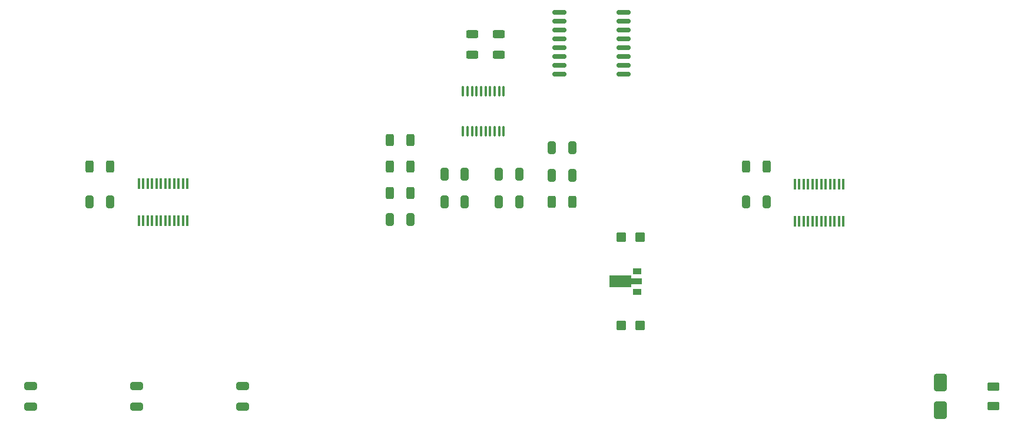
<source format=gtp>
%TF.GenerationSoftware,KiCad,Pcbnew,7.0.9*%
%TF.CreationDate,2024-01-28T12:11:26+01:00*%
%TF.ProjectId,Digital_Clock,44696769-7461-46c5-9f43-6c6f636b2e6b,rev?*%
%TF.SameCoordinates,Original*%
%TF.FileFunction,Paste,Top*%
%TF.FilePolarity,Positive*%
%FSLAX46Y46*%
G04 Gerber Fmt 4.6, Leading zero omitted, Abs format (unit mm)*
G04 Created by KiCad (PCBNEW 7.0.9) date 2024-01-28 12:11:26*
%MOMM*%
%LPD*%
G01*
G04 APERTURE LIST*
G04 Aperture macros list*
%AMRoundRect*
0 Rectangle with rounded corners*
0 $1 Rounding radius*
0 $2 $3 $4 $5 $6 $7 $8 $9 X,Y pos of 4 corners*
0 Add a 4 corners polygon primitive as box body*
4,1,4,$2,$3,$4,$5,$6,$7,$8,$9,$2,$3,0*
0 Add four circle primitives for the rounded corners*
1,1,$1+$1,$2,$3*
1,1,$1+$1,$4,$5*
1,1,$1+$1,$6,$7*
1,1,$1+$1,$8,$9*
0 Add four rect primitives between the rounded corners*
20,1,$1+$1,$2,$3,$4,$5,0*
20,1,$1+$1,$4,$5,$6,$7,0*
20,1,$1+$1,$6,$7,$8,$9,0*
20,1,$1+$1,$8,$9,$2,$3,0*%
%AMFreePoly0*
4,1,9,3.862500,-0.866500,0.737500,-0.866500,0.737500,-0.450000,-0.737500,-0.450000,-0.737500,0.450000,0.737500,0.450000,0.737500,0.866500,3.862500,0.866500,3.862500,-0.866500,3.862500,-0.866500,$1*%
G04 Aperture macros list end*
%ADD10R,0.410000X1.600000*%
%ADD11RoundRect,0.250000X-0.325000X-0.650000X0.325000X-0.650000X0.325000X0.650000X-0.325000X0.650000X0*%
%ADD12RoundRect,0.250000X0.312500X0.625000X-0.312500X0.625000X-0.312500X-0.625000X0.312500X-0.625000X0*%
%ADD13RoundRect,0.250000X-0.650000X0.325000X-0.650000X-0.325000X0.650000X-0.325000X0.650000X0.325000X0*%
%ADD14RoundRect,0.100000X0.100000X-0.637500X0.100000X0.637500X-0.100000X0.637500X-0.100000X-0.637500X0*%
%ADD15RoundRect,0.250000X-0.312500X-0.625000X0.312500X-0.625000X0.312500X0.625000X-0.312500X0.625000X0*%
%ADD16RoundRect,0.150000X0.875000X0.150000X-0.875000X0.150000X-0.875000X-0.150000X0.875000X-0.150000X0*%
%ADD17RoundRect,0.250000X0.650000X-0.325000X0.650000X0.325000X-0.650000X0.325000X-0.650000X-0.325000X0*%
%ADD18RoundRect,0.250000X-0.450000X-0.425000X0.450000X-0.425000X0.450000X0.425000X-0.450000X0.425000X0*%
%ADD19RoundRect,0.250000X-0.650000X1.000000X-0.650000X-1.000000X0.650000X-1.000000X0.650000X1.000000X0*%
%ADD20R,1.300000X0.900000*%
%ADD21FreePoly0,180.000000*%
%ADD22RoundRect,0.250000X0.325000X0.650000X-0.325000X0.650000X-0.325000X-0.650000X0.325000X-0.650000X0*%
%ADD23RoundRect,0.250000X-0.625000X0.312500X-0.625000X-0.312500X0.625000X-0.312500X0.625000X0.312500X0*%
%ADD24RoundRect,0.250000X0.625000X-0.375000X0.625000X0.375000X-0.625000X0.375000X-0.625000X-0.375000X0*%
G04 APERTURE END LIST*
D10*
%TO.C,U4*%
X194945000Y-91668600D03*
X195580000Y-91668600D03*
X196215000Y-91668600D03*
X196850000Y-91668600D03*
X197485000Y-91668600D03*
X198120000Y-91668600D03*
X198755000Y-91668600D03*
X199390000Y-91668600D03*
X200025000Y-91668600D03*
X200660000Y-91668600D03*
X201295000Y-91668600D03*
X201930000Y-91668600D03*
X201930000Y-86360000D03*
X201295000Y-86360000D03*
X200660000Y-86360000D03*
X200025000Y-86360000D03*
X199390000Y-86360000D03*
X198755000Y-86360000D03*
X198120000Y-86360000D03*
X197485000Y-86360000D03*
X196850000Y-86360000D03*
X196215000Y-86360000D03*
X195580000Y-86360000D03*
X194945000Y-86360000D03*
%TD*%
D11*
%TO.C,C4*%
X144575000Y-88900000D03*
X147525000Y-88900000D03*
%TD*%
%TO.C,C10*%
X160020000Y-81087500D03*
X162970000Y-81087500D03*
%TD*%
D12*
%TO.C,R5*%
X139687500Y-80010000D03*
X136762500Y-80010000D03*
%TD*%
D13*
%TO.C,C12*%
X85090000Y-115365000D03*
X85090000Y-118315000D03*
%TD*%
D14*
%TO.C,U2*%
X147257500Y-78707500D03*
X147907500Y-78707500D03*
X148557500Y-78707500D03*
X149207500Y-78707500D03*
X149857500Y-78707500D03*
X150507500Y-78707500D03*
X151157500Y-78707500D03*
X151807500Y-78707500D03*
X152457500Y-78707500D03*
X153107500Y-78707500D03*
X153107500Y-72982500D03*
X152457500Y-72982500D03*
X151807500Y-72982500D03*
X151157500Y-72982500D03*
X150507500Y-72982500D03*
X149857500Y-72982500D03*
X149207500Y-72982500D03*
X148557500Y-72982500D03*
X147907500Y-72982500D03*
X147257500Y-72982500D03*
%TD*%
D15*
%TO.C,R2*%
X136762500Y-87630000D03*
X139687500Y-87630000D03*
%TD*%
D16*
%TO.C,U1*%
X170385000Y-70485000D03*
X170385000Y-69215000D03*
X170385000Y-67945000D03*
X170385000Y-66675000D03*
X170385000Y-65405000D03*
X170385000Y-64135000D03*
X170385000Y-62865000D03*
X170385000Y-61595000D03*
X161085000Y-61595000D03*
X161085000Y-62865000D03*
X161085000Y-64135000D03*
X161085000Y-65405000D03*
X161085000Y-66675000D03*
X161085000Y-67945000D03*
X161085000Y-69215000D03*
X161085000Y-70485000D03*
%TD*%
D15*
%TO.C,R1*%
X136762500Y-83820000D03*
X139687500Y-83820000D03*
%TD*%
D12*
%TO.C,R7*%
X190885000Y-83820000D03*
X187960000Y-83820000D03*
%TD*%
%TO.C,R6*%
X162945000Y-88900000D03*
X160020000Y-88900000D03*
%TD*%
D17*
%TO.C,C3*%
X115570000Y-118315000D03*
X115570000Y-115365000D03*
%TD*%
D18*
%TO.C,C13*%
X170020000Y-93980000D03*
X172720000Y-93980000D03*
%TD*%
D19*
%TO.C,D1*%
X215900000Y-114840000D03*
X215900000Y-118840000D03*
%TD*%
D20*
%TO.C,U3*%
X172290000Y-101830000D03*
D21*
X172202500Y-100330000D03*
D20*
X172290000Y-98830000D03*
%TD*%
D22*
%TO.C,C2*%
X155350000Y-88900000D03*
X152400000Y-88900000D03*
%TD*%
D11*
%TO.C,C14*%
X187960000Y-88900000D03*
X190910000Y-88900000D03*
%TD*%
D18*
%TO.C,C11*%
X170020000Y-106680000D03*
X172720000Y-106680000D03*
%TD*%
D23*
%TO.C,R3*%
X152400000Y-64770000D03*
X152400000Y-67695000D03*
%TD*%
D12*
%TO.C,R8*%
X96520000Y-83820000D03*
X93595000Y-83820000D03*
%TD*%
D11*
%TO.C,C15*%
X93570000Y-88900000D03*
X96520000Y-88900000D03*
%TD*%
%TO.C,C6*%
X144575000Y-84885000D03*
X147525000Y-84885000D03*
%TD*%
D23*
%TO.C,R4*%
X148590000Y-64770000D03*
X148590000Y-67695000D03*
%TD*%
D22*
%TO.C,C7*%
X155350000Y-84885000D03*
X152400000Y-84885000D03*
%TD*%
D11*
%TO.C,C5*%
X136750000Y-91440000D03*
X139700000Y-91440000D03*
%TD*%
D10*
%TO.C,U5*%
X100647500Y-91554300D03*
X101282500Y-91554300D03*
X101917500Y-91554300D03*
X102552500Y-91554300D03*
X103187500Y-91554300D03*
X103822500Y-91554300D03*
X104457500Y-91554300D03*
X105092500Y-91554300D03*
X105727500Y-91554300D03*
X106362500Y-91554300D03*
X106997500Y-91554300D03*
X107632500Y-91554300D03*
X107632500Y-86245700D03*
X106997500Y-86245700D03*
X106362500Y-86245700D03*
X105727500Y-86245700D03*
X105092500Y-86245700D03*
X104457500Y-86245700D03*
X103822500Y-86245700D03*
X103187500Y-86245700D03*
X102552500Y-86245700D03*
X101917500Y-86245700D03*
X101282500Y-86245700D03*
X100647500Y-86245700D03*
%TD*%
D24*
%TO.C,F1*%
X223520000Y-118240000D03*
X223520000Y-115440000D03*
%TD*%
D11*
%TO.C,C9*%
X160020000Y-85090000D03*
X162970000Y-85090000D03*
%TD*%
D17*
%TO.C,C1*%
X100330000Y-118315000D03*
X100330000Y-115365000D03*
%TD*%
M02*

</source>
